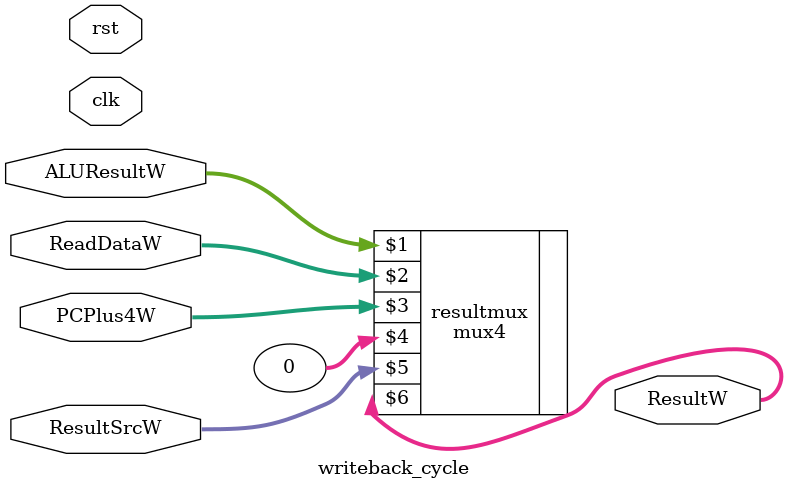
<source format=v>
module writeback_cycle (
   input clk,rst,
    input [1:0] ResultSrcW,
    input [31:0] ReadDataW,ALUResultW,PCPlus4W,
    output [31:0] ResultW
);
mux4 resultmux(ALUResultW,ReadDataW,PCPlus4W,32'b0,ResultSrcW,ResultW);
endmodule
</source>
